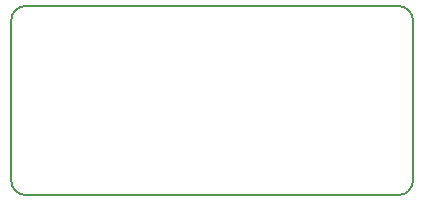
<source format=gbr>
%TF.GenerationSoftware,KiCad,Pcbnew,(5.1.10)-1*%
%TF.CreationDate,2021-08-16T02:03:12+08:00*%
%TF.ProjectId,Pmod-8switch,506d6f64-2d38-4737-9769-7463682e6b69,rev?*%
%TF.SameCoordinates,Original*%
%TF.FileFunction,Profile,NP*%
%FSLAX46Y46*%
G04 Gerber Fmt 4.6, Leading zero omitted, Abs format (unit mm)*
G04 Created by KiCad (PCBNEW (5.1.10)-1) date 2021-08-16 02:03:12*
%MOMM*%
%LPD*%
G01*
G04 APERTURE LIST*
%TA.AperFunction,Profile*%
%ADD10C,0.200000*%
%TD*%
G04 APERTURE END LIST*
D10*
X152546201Y-117610200D02*
G75*
G02*
X153746200Y-116410201I1199999J0D01*
G01*
X185346200Y-116410200D02*
G75*
G02*
X186546200Y-117610200I0J-1200000D01*
G01*
X186546200Y-131210200D02*
X186546200Y-117610200D01*
X152546200Y-117610200D02*
X152546200Y-131210200D01*
X185346200Y-116410200D02*
X153746200Y-116410200D01*
X153746200Y-132410200D02*
G75*
G02*
X152546200Y-131210200I0J1200000D01*
G01*
X186546199Y-131210200D02*
G75*
G02*
X185346200Y-132410199I-1199999J0D01*
G01*
X153746200Y-132410200D02*
X185346200Y-132410200D01*
M02*

</source>
